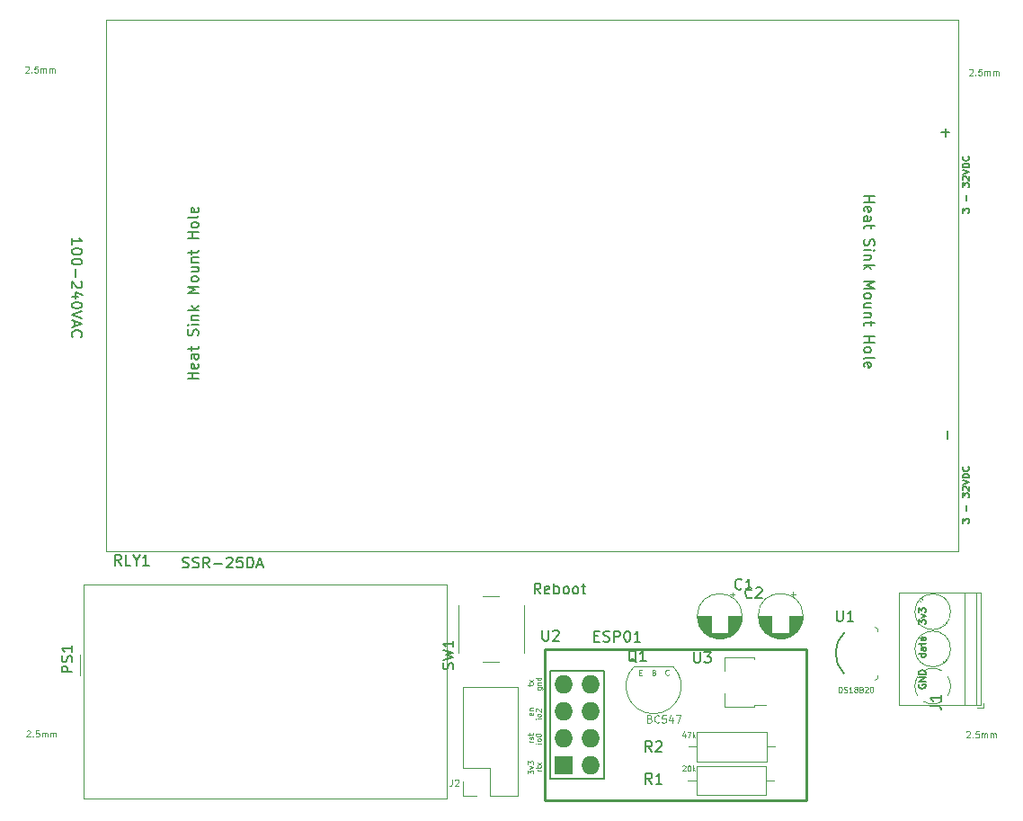
<source format=gbr>
%TF.GenerationSoftware,KiCad,Pcbnew,(6.0.0)*%
%TF.CreationDate,2022-04-24T16:41:59-07:00*%
%TF.ProjectId,Attic_Fan_Controller,41747469-635f-4466-916e-5f436f6e7472,rev?*%
%TF.SameCoordinates,Original*%
%TF.FileFunction,Legend,Top*%
%TF.FilePolarity,Positive*%
%FSLAX46Y46*%
G04 Gerber Fmt 4.6, Leading zero omitted, Abs format (unit mm)*
G04 Created by KiCad (PCBNEW (6.0.0)) date 2022-04-24 16:41:59*
%MOMM*%
%LPD*%
G01*
G04 APERTURE LIST*
%ADD10C,0.101600*%
%ADD11C,0.200000*%
%ADD12C,0.150000*%
%ADD13C,0.040000*%
%ADD14C,0.050000*%
%ADD15C,0.100000*%
%ADD16C,0.076200*%
%ADD17C,0.130000*%
%ADD18C,0.120000*%
%ADD19C,0.152400*%
%ADD20C,0.254000*%
%ADD21O,1.727200X1.727200*%
%ADD22R,1.727200X1.727200*%
G04 APERTURE END LIST*
D10*
X90478428Y-77039409D02*
X90478428Y-76531409D01*
X90599380Y-76531409D01*
X90671952Y-76555600D01*
X90720333Y-76603980D01*
X90744523Y-76652361D01*
X90768714Y-76749123D01*
X90768714Y-76821695D01*
X90744523Y-76918457D01*
X90720333Y-76966838D01*
X90671952Y-77015219D01*
X90599380Y-77039409D01*
X90478428Y-77039409D01*
X90962238Y-77015219D02*
X91034809Y-77039409D01*
X91155761Y-77039409D01*
X91204142Y-77015219D01*
X91228333Y-76991028D01*
X91252523Y-76942647D01*
X91252523Y-76894266D01*
X91228333Y-76845885D01*
X91204142Y-76821695D01*
X91155761Y-76797504D01*
X91059000Y-76773314D01*
X91010619Y-76749123D01*
X90986428Y-76724933D01*
X90962238Y-76676552D01*
X90962238Y-76628171D01*
X90986428Y-76579790D01*
X91010619Y-76555600D01*
X91059000Y-76531409D01*
X91179952Y-76531409D01*
X91252523Y-76555600D01*
X91736333Y-77039409D02*
X91446047Y-77039409D01*
X91591190Y-77039409D02*
X91591190Y-76531409D01*
X91542809Y-76603980D01*
X91494428Y-76652361D01*
X91446047Y-76676552D01*
X92026619Y-76749123D02*
X91978238Y-76724933D01*
X91954047Y-76700742D01*
X91929857Y-76652361D01*
X91929857Y-76628171D01*
X91954047Y-76579790D01*
X91978238Y-76555600D01*
X92026619Y-76531409D01*
X92123380Y-76531409D01*
X92171761Y-76555600D01*
X92195952Y-76579790D01*
X92220142Y-76628171D01*
X92220142Y-76652361D01*
X92195952Y-76700742D01*
X92171761Y-76724933D01*
X92123380Y-76749123D01*
X92026619Y-76749123D01*
X91978238Y-76773314D01*
X91954047Y-76797504D01*
X91929857Y-76845885D01*
X91929857Y-76942647D01*
X91954047Y-76991028D01*
X91978238Y-77015219D01*
X92026619Y-77039409D01*
X92123380Y-77039409D01*
X92171761Y-77015219D01*
X92195952Y-76991028D01*
X92220142Y-76942647D01*
X92220142Y-76845885D01*
X92195952Y-76797504D01*
X92171761Y-76773314D01*
X92123380Y-76749123D01*
X92607190Y-76773314D02*
X92679761Y-76797504D01*
X92703952Y-76821695D01*
X92728142Y-76870076D01*
X92728142Y-76942647D01*
X92703952Y-76991028D01*
X92679761Y-77015219D01*
X92631380Y-77039409D01*
X92437857Y-77039409D01*
X92437857Y-76531409D01*
X92607190Y-76531409D01*
X92655571Y-76555600D01*
X92679761Y-76579790D01*
X92703952Y-76628171D01*
X92703952Y-76676552D01*
X92679761Y-76724933D01*
X92655571Y-76749123D01*
X92607190Y-76773314D01*
X92437857Y-76773314D01*
X92921666Y-76579790D02*
X92945857Y-76555600D01*
X92994238Y-76531409D01*
X93115190Y-76531409D01*
X93163571Y-76555600D01*
X93187761Y-76579790D01*
X93211952Y-76628171D01*
X93211952Y-76676552D01*
X93187761Y-76749123D01*
X92897476Y-77039409D01*
X93211952Y-77039409D01*
X93526428Y-76531409D02*
X93574809Y-76531409D01*
X93623190Y-76555600D01*
X93647380Y-76579790D01*
X93671571Y-76628171D01*
X93695761Y-76724933D01*
X93695761Y-76845885D01*
X93671571Y-76942647D01*
X93647380Y-76991028D01*
X93623190Y-77015219D01*
X93574809Y-77039409D01*
X93526428Y-77039409D01*
X93478047Y-77015219D01*
X93453857Y-76991028D01*
X93429666Y-76942647D01*
X93405476Y-76845885D01*
X93405476Y-76724933D01*
X93429666Y-76628171D01*
X93453857Y-76579790D01*
X93478047Y-76555600D01*
X93526428Y-76531409D01*
D11*
X62373095Y-67762380D02*
X62039761Y-67286190D01*
X61801666Y-67762380D02*
X61801666Y-66762380D01*
X62182619Y-66762380D01*
X62277857Y-66810000D01*
X62325476Y-66857619D01*
X62373095Y-66952857D01*
X62373095Y-67095714D01*
X62325476Y-67190952D01*
X62277857Y-67238571D01*
X62182619Y-67286190D01*
X61801666Y-67286190D01*
X63182619Y-67714761D02*
X63087380Y-67762380D01*
X62896904Y-67762380D01*
X62801666Y-67714761D01*
X62754047Y-67619523D01*
X62754047Y-67238571D01*
X62801666Y-67143333D01*
X62896904Y-67095714D01*
X63087380Y-67095714D01*
X63182619Y-67143333D01*
X63230238Y-67238571D01*
X63230238Y-67333809D01*
X62754047Y-67429047D01*
X63658809Y-67762380D02*
X63658809Y-66762380D01*
X63658809Y-67143333D02*
X63754047Y-67095714D01*
X63944523Y-67095714D01*
X64039761Y-67143333D01*
X64087380Y-67190952D01*
X64135000Y-67286190D01*
X64135000Y-67571904D01*
X64087380Y-67667142D01*
X64039761Y-67714761D01*
X63944523Y-67762380D01*
X63754047Y-67762380D01*
X63658809Y-67714761D01*
X64706428Y-67762380D02*
X64611190Y-67714761D01*
X64563571Y-67667142D01*
X64515952Y-67571904D01*
X64515952Y-67286190D01*
X64563571Y-67190952D01*
X64611190Y-67143333D01*
X64706428Y-67095714D01*
X64849285Y-67095714D01*
X64944523Y-67143333D01*
X64992142Y-67190952D01*
X65039761Y-67286190D01*
X65039761Y-67571904D01*
X64992142Y-67667142D01*
X64944523Y-67714761D01*
X64849285Y-67762380D01*
X64706428Y-67762380D01*
X65611190Y-67762380D02*
X65515952Y-67714761D01*
X65468333Y-67667142D01*
X65420714Y-67571904D01*
X65420714Y-67286190D01*
X65468333Y-67190952D01*
X65515952Y-67143333D01*
X65611190Y-67095714D01*
X65754047Y-67095714D01*
X65849285Y-67143333D01*
X65896904Y-67190952D01*
X65944523Y-67286190D01*
X65944523Y-67571904D01*
X65896904Y-67667142D01*
X65849285Y-67714761D01*
X65754047Y-67762380D01*
X65611190Y-67762380D01*
X66230238Y-67095714D02*
X66611190Y-67095714D01*
X66373095Y-66762380D02*
X66373095Y-67619523D01*
X66420714Y-67714761D01*
X66515952Y-67762380D01*
X66611190Y-67762380D01*
D12*
X98023800Y-76318238D02*
X97992847Y-76380142D01*
X97992847Y-76473000D01*
X98023800Y-76565857D01*
X98085704Y-76627761D01*
X98147609Y-76658714D01*
X98271419Y-76689666D01*
X98364276Y-76689666D01*
X98488085Y-76658714D01*
X98549990Y-76627761D01*
X98611895Y-76565857D01*
X98642847Y-76473000D01*
X98642847Y-76411095D01*
X98611895Y-76318238D01*
X98580942Y-76287285D01*
X98364276Y-76287285D01*
X98364276Y-76411095D01*
X98642847Y-76008714D02*
X97992847Y-76008714D01*
X98642847Y-75637285D01*
X97992847Y-75637285D01*
X98642847Y-75327761D02*
X97992847Y-75327761D01*
X97992847Y-75173000D01*
X98023800Y-75080142D01*
X98085704Y-75018238D01*
X98147609Y-74987285D01*
X98271419Y-74956333D01*
X98364276Y-74956333D01*
X98488085Y-74987285D01*
X98549990Y-75018238D01*
X98611895Y-75080142D01*
X98642847Y-75173000D01*
X98642847Y-75327761D01*
X98642847Y-73408714D02*
X97992847Y-73408714D01*
X98611895Y-73408714D02*
X98642847Y-73470619D01*
X98642847Y-73594428D01*
X98611895Y-73656333D01*
X98580942Y-73687285D01*
X98519038Y-73718238D01*
X98333323Y-73718238D01*
X98271419Y-73687285D01*
X98240466Y-73656333D01*
X98209514Y-73594428D01*
X98209514Y-73470619D01*
X98240466Y-73408714D01*
X98642847Y-72820619D02*
X98302371Y-72820619D01*
X98240466Y-72851571D01*
X98209514Y-72913476D01*
X98209514Y-73037285D01*
X98240466Y-73099190D01*
X98611895Y-72820619D02*
X98642847Y-72882523D01*
X98642847Y-73037285D01*
X98611895Y-73099190D01*
X98549990Y-73130142D01*
X98488085Y-73130142D01*
X98426180Y-73099190D01*
X98395228Y-73037285D01*
X98395228Y-72882523D01*
X98364276Y-72820619D01*
X98209514Y-72603952D02*
X98209514Y-72356333D01*
X97992847Y-72511095D02*
X98549990Y-72511095D01*
X98611895Y-72480142D01*
X98642847Y-72418238D01*
X98642847Y-72356333D01*
X98642847Y-71861095D02*
X98302371Y-71861095D01*
X98240466Y-71892047D01*
X98209514Y-71953952D01*
X98209514Y-72077761D01*
X98240466Y-72139666D01*
X98611895Y-71861095D02*
X98642847Y-71923000D01*
X98642847Y-72077761D01*
X98611895Y-72139666D01*
X98549990Y-72170619D01*
X98488085Y-72170619D01*
X98426180Y-72139666D01*
X98395228Y-72077761D01*
X98395228Y-71923000D01*
X98364276Y-71861095D01*
X97992847Y-70623000D02*
X97992847Y-70220619D01*
X98240466Y-70437285D01*
X98240466Y-70344428D01*
X98271419Y-70282523D01*
X98302371Y-70251571D01*
X98364276Y-70220619D01*
X98519038Y-70220619D01*
X98580942Y-70251571D01*
X98611895Y-70282523D01*
X98642847Y-70344428D01*
X98642847Y-70530142D01*
X98611895Y-70592047D01*
X98580942Y-70623000D01*
X98209514Y-70003952D02*
X98642847Y-69849190D01*
X98209514Y-69694428D01*
X97992847Y-69508714D02*
X97992847Y-69106333D01*
X98240466Y-69323000D01*
X98240466Y-69230142D01*
X98271419Y-69168238D01*
X98302371Y-69137285D01*
X98364276Y-69106333D01*
X98519038Y-69106333D01*
X98580942Y-69137285D01*
X98611895Y-69168238D01*
X98642847Y-69230142D01*
X98642847Y-69415857D01*
X98611895Y-69477761D01*
X98580942Y-69508714D01*
D13*
X71681352Y-75148285D02*
X71848019Y-75148285D01*
X71919447Y-75410190D02*
X71681352Y-75410190D01*
X71681352Y-74910190D01*
X71919447Y-74910190D01*
X73062304Y-75148285D02*
X73133733Y-75172095D01*
X73157542Y-75195904D01*
X73181352Y-75243523D01*
X73181352Y-75314952D01*
X73157542Y-75362571D01*
X73133733Y-75386380D01*
X73086114Y-75410190D01*
X72895638Y-75410190D01*
X72895638Y-74910190D01*
X73062304Y-74910190D01*
X73109923Y-74934000D01*
X73133733Y-74957809D01*
X73157542Y-75005428D01*
X73157542Y-75053047D01*
X73133733Y-75100666D01*
X73109923Y-75124476D01*
X73062304Y-75148285D01*
X72895638Y-75148285D01*
X74443257Y-75362571D02*
X74419447Y-75386380D01*
X74348019Y-75410190D01*
X74300400Y-75410190D01*
X74228971Y-75386380D01*
X74181352Y-75338761D01*
X74157542Y-75291142D01*
X74133733Y-75195904D01*
X74133733Y-75124476D01*
X74157542Y-75029238D01*
X74181352Y-74981619D01*
X74228971Y-74934000D01*
X74300400Y-74910190D01*
X74348019Y-74910190D01*
X74419447Y-74934000D01*
X74443257Y-74957809D01*
D14*
X75743666Y-83974809D02*
X75767476Y-83951000D01*
X75815095Y-83927190D01*
X75934142Y-83927190D01*
X75981761Y-83951000D01*
X76005571Y-83974809D01*
X76029380Y-84022428D01*
X76029380Y-84070047D01*
X76005571Y-84141476D01*
X75719857Y-84427190D01*
X76029380Y-84427190D01*
X76338904Y-83927190D02*
X76386523Y-83927190D01*
X76434142Y-83951000D01*
X76457952Y-83974809D01*
X76481761Y-84022428D01*
X76505571Y-84117666D01*
X76505571Y-84236714D01*
X76481761Y-84331952D01*
X76457952Y-84379571D01*
X76434142Y-84403380D01*
X76386523Y-84427190D01*
X76338904Y-84427190D01*
X76291285Y-84403380D01*
X76267476Y-84379571D01*
X76243666Y-84331952D01*
X76219857Y-84236714D01*
X76219857Y-84117666D01*
X76243666Y-84022428D01*
X76267476Y-83974809D01*
X76291285Y-83951000D01*
X76338904Y-83927190D01*
X76719857Y-84427190D02*
X76719857Y-83927190D01*
X76767476Y-84236714D02*
X76910333Y-84427190D01*
X76910333Y-84093857D02*
X76719857Y-84284333D01*
X75981761Y-80918857D02*
X75981761Y-81252190D01*
X75862714Y-80728380D02*
X75743666Y-81085523D01*
X76053190Y-81085523D01*
X76196047Y-80752190D02*
X76529380Y-80752190D01*
X76315095Y-81252190D01*
X76719857Y-81252190D02*
X76719857Y-80752190D01*
X76767476Y-81061714D02*
X76910333Y-81252190D01*
X76910333Y-80918857D02*
X76719857Y-81109333D01*
D15*
X72664800Y-79528200D02*
X72764800Y-79561533D01*
X72798133Y-79594866D01*
X72831466Y-79661533D01*
X72831466Y-79761533D01*
X72798133Y-79828200D01*
X72764800Y-79861533D01*
X72698133Y-79894866D01*
X72431466Y-79894866D01*
X72431466Y-79194866D01*
X72664800Y-79194866D01*
X72731466Y-79228200D01*
X72764800Y-79261533D01*
X72798133Y-79328200D01*
X72798133Y-79394866D01*
X72764800Y-79461533D01*
X72731466Y-79494866D01*
X72664800Y-79528200D01*
X72431466Y-79528200D01*
X73531466Y-79828200D02*
X73498133Y-79861533D01*
X73398133Y-79894866D01*
X73331466Y-79894866D01*
X73231466Y-79861533D01*
X73164800Y-79794866D01*
X73131466Y-79728200D01*
X73098133Y-79594866D01*
X73098133Y-79494866D01*
X73131466Y-79361533D01*
X73164800Y-79294866D01*
X73231466Y-79228200D01*
X73331466Y-79194866D01*
X73398133Y-79194866D01*
X73498133Y-79228200D01*
X73531466Y-79261533D01*
X74164800Y-79194866D02*
X73831466Y-79194866D01*
X73798133Y-79528200D01*
X73831466Y-79494866D01*
X73898133Y-79461533D01*
X74064800Y-79461533D01*
X74131466Y-79494866D01*
X74164800Y-79528200D01*
X74198133Y-79594866D01*
X74198133Y-79761533D01*
X74164800Y-79828200D01*
X74131466Y-79861533D01*
X74064800Y-79894866D01*
X73898133Y-79894866D01*
X73831466Y-79861533D01*
X73798133Y-79828200D01*
X74798133Y-79428200D02*
X74798133Y-79894866D01*
X74631466Y-79161533D02*
X74464800Y-79661533D01*
X74898133Y-79661533D01*
X75098133Y-79194866D02*
X75564800Y-79194866D01*
X75264800Y-79894866D01*
D12*
%TO.C,PS1*%
X18271880Y-75126285D02*
X17271880Y-75126285D01*
X17271880Y-74745333D01*
X17319500Y-74650095D01*
X17367119Y-74602476D01*
X17462357Y-74554857D01*
X17605214Y-74554857D01*
X17700452Y-74602476D01*
X17748071Y-74650095D01*
X17795690Y-74745333D01*
X17795690Y-75126285D01*
X18224261Y-74173904D02*
X18271880Y-74031047D01*
X18271880Y-73792952D01*
X18224261Y-73697714D01*
X18176642Y-73650095D01*
X18081404Y-73602476D01*
X17986166Y-73602476D01*
X17890928Y-73650095D01*
X17843309Y-73697714D01*
X17795690Y-73792952D01*
X17748071Y-73983428D01*
X17700452Y-74078666D01*
X17652833Y-74126285D01*
X17557595Y-74173904D01*
X17462357Y-74173904D01*
X17367119Y-74126285D01*
X17319500Y-74078666D01*
X17271880Y-73983428D01*
X17271880Y-73745333D01*
X17319500Y-73602476D01*
X18271880Y-72650095D02*
X18271880Y-73221523D01*
X18271880Y-72935809D02*
X17271880Y-72935809D01*
X17414738Y-73031047D01*
X17509976Y-73126285D01*
X17557595Y-73221523D01*
%TO.C,U2*%
X62559095Y-71181980D02*
X62559095Y-71991504D01*
X62606714Y-72086742D01*
X62654333Y-72134361D01*
X62749571Y-72181980D01*
X62940047Y-72181980D01*
X63035285Y-72134361D01*
X63082904Y-72086742D01*
X63130523Y-71991504D01*
X63130523Y-71181980D01*
X63559095Y-71277219D02*
X63606714Y-71229600D01*
X63701952Y-71181980D01*
X63940047Y-71181980D01*
X64035285Y-71229600D01*
X64082904Y-71277219D01*
X64130523Y-71372457D01*
X64130523Y-71467695D01*
X64082904Y-71610552D01*
X63511476Y-72181980D01*
X64130523Y-72181980D01*
D16*
X62405809Y-84433873D02*
X62067142Y-84433873D01*
X62163904Y-84433873D02*
X62115523Y-84409682D01*
X62091333Y-84385492D01*
X62067142Y-84337111D01*
X62067142Y-84288730D01*
X62067142Y-84191968D02*
X62067142Y-83998444D01*
X61897809Y-84119397D02*
X62333238Y-84119397D01*
X62381619Y-84095206D01*
X62405809Y-84046825D01*
X62405809Y-83998444D01*
X62405809Y-83877492D02*
X62067142Y-83611397D01*
X62067142Y-83877492D02*
X62405809Y-83611397D01*
X62405809Y-81869682D02*
X62067142Y-81869682D01*
X61897809Y-81869682D02*
X61922000Y-81893873D01*
X61946190Y-81869682D01*
X61922000Y-81845492D01*
X61897809Y-81869682D01*
X61946190Y-81869682D01*
X62405809Y-81555206D02*
X62381619Y-81603587D01*
X62357428Y-81627778D01*
X62309047Y-81651968D01*
X62163904Y-81651968D01*
X62115523Y-81627778D01*
X62091333Y-81603587D01*
X62067142Y-81555206D01*
X62067142Y-81482635D01*
X62091333Y-81434254D01*
X62115523Y-81410063D01*
X62163904Y-81385873D01*
X62309047Y-81385873D01*
X62357428Y-81410063D01*
X62381619Y-81434254D01*
X62405809Y-81482635D01*
X62405809Y-81555206D01*
X61897809Y-81071397D02*
X61897809Y-81023016D01*
X61922000Y-80974635D01*
X61946190Y-80950444D01*
X61994571Y-80926254D01*
X62091333Y-80902063D01*
X62212285Y-80902063D01*
X62309047Y-80926254D01*
X62357428Y-80950444D01*
X62381619Y-80974635D01*
X62405809Y-81023016D01*
X62405809Y-81071397D01*
X62381619Y-81119778D01*
X62357428Y-81143968D01*
X62309047Y-81168159D01*
X62212285Y-81192349D01*
X62091333Y-81192349D01*
X61994571Y-81168159D01*
X61946190Y-81143968D01*
X61922000Y-81119778D01*
X61897809Y-81071397D01*
X62405809Y-79523206D02*
X62067142Y-79523206D01*
X61897809Y-79523206D02*
X61922000Y-79547397D01*
X61946190Y-79523206D01*
X61922000Y-79499016D01*
X61897809Y-79523206D01*
X61946190Y-79523206D01*
X62405809Y-79208730D02*
X62381619Y-79257111D01*
X62357428Y-79281302D01*
X62309047Y-79305492D01*
X62163904Y-79305492D01*
X62115523Y-79281302D01*
X62091333Y-79257111D01*
X62067142Y-79208730D01*
X62067142Y-79136159D01*
X62091333Y-79087778D01*
X62115523Y-79063587D01*
X62163904Y-79039397D01*
X62309047Y-79039397D01*
X62357428Y-79063587D01*
X62381619Y-79087778D01*
X62405809Y-79136159D01*
X62405809Y-79208730D01*
X61946190Y-78845873D02*
X61922000Y-78821682D01*
X61897809Y-78773302D01*
X61897809Y-78652349D01*
X61922000Y-78603968D01*
X61946190Y-78579778D01*
X61994571Y-78555587D01*
X62042952Y-78555587D01*
X62115523Y-78579778D01*
X62405809Y-78870063D01*
X62405809Y-78555587D01*
X62067142Y-76571968D02*
X62478380Y-76571968D01*
X62526761Y-76596159D01*
X62550952Y-76620349D01*
X62575142Y-76668730D01*
X62575142Y-76741302D01*
X62550952Y-76789682D01*
X62381619Y-76571968D02*
X62405809Y-76620349D01*
X62405809Y-76717111D01*
X62381619Y-76765492D01*
X62357428Y-76789682D01*
X62309047Y-76813873D01*
X62163904Y-76813873D01*
X62115523Y-76789682D01*
X62091333Y-76765492D01*
X62067142Y-76717111D01*
X62067142Y-76620349D01*
X62091333Y-76571968D01*
X62067142Y-76330063D02*
X62405809Y-76330063D01*
X62115523Y-76330063D02*
X62091333Y-76305873D01*
X62067142Y-76257492D01*
X62067142Y-76184921D01*
X62091333Y-76136540D01*
X62139714Y-76112349D01*
X62405809Y-76112349D01*
X62405809Y-75652730D02*
X61897809Y-75652730D01*
X62381619Y-75652730D02*
X62405809Y-75701111D01*
X62405809Y-75797873D01*
X62381619Y-75846254D01*
X62357428Y-75870444D01*
X62309047Y-75894635D01*
X62163904Y-75894635D01*
X62115523Y-75870444D01*
X62091333Y-75846254D01*
X62067142Y-75797873D01*
X62067142Y-75701111D01*
X62091333Y-75652730D01*
X61189809Y-84690857D02*
X61189809Y-84376380D01*
X61383333Y-84545714D01*
X61383333Y-84473142D01*
X61407523Y-84424761D01*
X61431714Y-84400571D01*
X61480095Y-84376380D01*
X61601047Y-84376380D01*
X61649428Y-84400571D01*
X61673619Y-84424761D01*
X61697809Y-84473142D01*
X61697809Y-84618285D01*
X61673619Y-84666666D01*
X61649428Y-84690857D01*
X61359142Y-84207047D02*
X61697809Y-84086095D01*
X61359142Y-83965142D01*
X61189809Y-83820000D02*
X61189809Y-83505523D01*
X61383333Y-83674857D01*
X61383333Y-83602285D01*
X61407523Y-83553904D01*
X61431714Y-83529714D01*
X61480095Y-83505523D01*
X61601047Y-83505523D01*
X61649428Y-83529714D01*
X61673619Y-83553904D01*
X61697809Y-83602285D01*
X61697809Y-83747428D01*
X61673619Y-83795809D01*
X61649428Y-83820000D01*
X61697809Y-81739619D02*
X61359142Y-81739619D01*
X61455904Y-81739619D02*
X61407523Y-81715428D01*
X61383333Y-81691238D01*
X61359142Y-81642857D01*
X61359142Y-81594476D01*
X61673619Y-81449333D02*
X61697809Y-81400952D01*
X61697809Y-81304190D01*
X61673619Y-81255809D01*
X61625238Y-81231619D01*
X61601047Y-81231619D01*
X61552666Y-81255809D01*
X61528476Y-81304190D01*
X61528476Y-81376761D01*
X61504285Y-81425142D01*
X61455904Y-81449333D01*
X61431714Y-81449333D01*
X61383333Y-81425142D01*
X61359142Y-81376761D01*
X61359142Y-81304190D01*
X61383333Y-81255809D01*
X61359142Y-81086476D02*
X61359142Y-80892952D01*
X61189809Y-81013904D02*
X61625238Y-81013904D01*
X61673619Y-80989714D01*
X61697809Y-80941333D01*
X61697809Y-80892952D01*
X61673619Y-78981904D02*
X61697809Y-79030285D01*
X61697809Y-79127047D01*
X61673619Y-79175428D01*
X61625238Y-79199619D01*
X61431714Y-79199619D01*
X61383333Y-79175428D01*
X61359142Y-79127047D01*
X61359142Y-79030285D01*
X61383333Y-78981904D01*
X61431714Y-78957714D01*
X61480095Y-78957714D01*
X61528476Y-79199619D01*
X61359142Y-78740000D02*
X61697809Y-78740000D01*
X61407523Y-78740000D02*
X61383333Y-78715809D01*
X61359142Y-78667428D01*
X61359142Y-78594857D01*
X61383333Y-78546476D01*
X61431714Y-78522285D01*
X61697809Y-78522285D01*
X61359142Y-76417714D02*
X61359142Y-76224190D01*
X61189809Y-76345142D02*
X61625238Y-76345142D01*
X61673619Y-76320952D01*
X61697809Y-76272571D01*
X61697809Y-76224190D01*
X61697809Y-76103238D02*
X61359142Y-75837142D01*
X61359142Y-76103238D02*
X61697809Y-75837142D01*
D12*
X67453142Y-71746873D02*
X67786476Y-71746873D01*
X67929333Y-72270682D02*
X67453142Y-72270682D01*
X67453142Y-71270682D01*
X67929333Y-71270682D01*
X68310285Y-72223063D02*
X68453142Y-72270682D01*
X68691238Y-72270682D01*
X68786476Y-72223063D01*
X68834095Y-72175444D01*
X68881714Y-72080206D01*
X68881714Y-71984968D01*
X68834095Y-71889730D01*
X68786476Y-71842111D01*
X68691238Y-71794492D01*
X68500761Y-71746873D01*
X68405523Y-71699254D01*
X68357904Y-71651635D01*
X68310285Y-71556397D01*
X68310285Y-71461159D01*
X68357904Y-71365921D01*
X68405523Y-71318302D01*
X68500761Y-71270682D01*
X68738857Y-71270682D01*
X68881714Y-71318302D01*
X69310285Y-72270682D02*
X69310285Y-71270682D01*
X69691238Y-71270682D01*
X69786476Y-71318302D01*
X69834095Y-71365921D01*
X69881714Y-71461159D01*
X69881714Y-71604016D01*
X69834095Y-71699254D01*
X69786476Y-71746873D01*
X69691238Y-71794492D01*
X69310285Y-71794492D01*
X70500761Y-71270682D02*
X70596000Y-71270682D01*
X70691238Y-71318302D01*
X70738857Y-71365921D01*
X70786476Y-71461159D01*
X70834095Y-71651635D01*
X70834095Y-71889730D01*
X70786476Y-72080206D01*
X70738857Y-72175444D01*
X70691238Y-72223063D01*
X70596000Y-72270682D01*
X70500761Y-72270682D01*
X70405523Y-72223063D01*
X70357904Y-72175444D01*
X70310285Y-72080206D01*
X70262666Y-71889730D01*
X70262666Y-71651635D01*
X70310285Y-71461159D01*
X70357904Y-71365921D01*
X70405523Y-71318302D01*
X70500761Y-71270682D01*
X71786476Y-72270682D02*
X71215047Y-72270682D01*
X71500761Y-72270682D02*
X71500761Y-71270682D01*
X71405523Y-71413540D01*
X71310285Y-71508778D01*
X71215047Y-71556397D01*
%TO.C,R1*%
X72858333Y-85652380D02*
X72525000Y-85176190D01*
X72286904Y-85652380D02*
X72286904Y-84652380D01*
X72667857Y-84652380D01*
X72763095Y-84700000D01*
X72810714Y-84747619D01*
X72858333Y-84842857D01*
X72858333Y-84985714D01*
X72810714Y-85080952D01*
X72763095Y-85128571D01*
X72667857Y-85176190D01*
X72286904Y-85176190D01*
X73810714Y-85652380D02*
X73239285Y-85652380D01*
X73525000Y-85652380D02*
X73525000Y-84652380D01*
X73429761Y-84795238D01*
X73334523Y-84890476D01*
X73239285Y-84938095D01*
%TO.C,U1*%
X90271695Y-69327780D02*
X90271695Y-70137304D01*
X90319314Y-70232542D01*
X90366933Y-70280161D01*
X90462171Y-70327780D01*
X90652647Y-70327780D01*
X90747885Y-70280161D01*
X90795504Y-70232542D01*
X90843123Y-70137304D01*
X90843123Y-69327780D01*
X91843123Y-70327780D02*
X91271695Y-70327780D01*
X91557409Y-70327780D02*
X91557409Y-69327780D01*
X91462171Y-69470638D01*
X91366933Y-69565876D01*
X91271695Y-69613495D01*
D15*
%TO.C,2.5mm*%
X102486000Y-80754571D02*
X102514571Y-80726000D01*
X102571714Y-80697428D01*
X102714571Y-80697428D01*
X102771714Y-80726000D01*
X102800285Y-80754571D01*
X102828857Y-80811714D01*
X102828857Y-80868857D01*
X102800285Y-80954571D01*
X102457428Y-81297428D01*
X102828857Y-81297428D01*
X103086000Y-81240285D02*
X103114571Y-81268857D01*
X103086000Y-81297428D01*
X103057428Y-81268857D01*
X103086000Y-81240285D01*
X103086000Y-81297428D01*
X103657428Y-80697428D02*
X103371714Y-80697428D01*
X103343142Y-80983142D01*
X103371714Y-80954571D01*
X103428857Y-80926000D01*
X103571714Y-80926000D01*
X103628857Y-80954571D01*
X103657428Y-80983142D01*
X103686000Y-81040285D01*
X103686000Y-81183142D01*
X103657428Y-81240285D01*
X103628857Y-81268857D01*
X103571714Y-81297428D01*
X103428857Y-81297428D01*
X103371714Y-81268857D01*
X103343142Y-81240285D01*
X103943142Y-81297428D02*
X103943142Y-80897428D01*
X103943142Y-80954571D02*
X103971714Y-80926000D01*
X104028857Y-80897428D01*
X104114571Y-80897428D01*
X104171714Y-80926000D01*
X104200285Y-80983142D01*
X104200285Y-81297428D01*
X104200285Y-80983142D02*
X104228857Y-80926000D01*
X104286000Y-80897428D01*
X104371714Y-80897428D01*
X104428857Y-80926000D01*
X104457428Y-80983142D01*
X104457428Y-81297428D01*
X104743142Y-81297428D02*
X104743142Y-80897428D01*
X104743142Y-80954571D02*
X104771714Y-80926000D01*
X104828857Y-80897428D01*
X104914571Y-80897428D01*
X104971714Y-80926000D01*
X105000285Y-80983142D01*
X105000285Y-81297428D01*
X105000285Y-80983142D02*
X105028857Y-80926000D01*
X105086000Y-80897428D01*
X105171714Y-80897428D01*
X105228857Y-80926000D01*
X105257428Y-80983142D01*
X105257428Y-81297428D01*
D12*
%TO.C,RLY1*%
X22870900Y-65069980D02*
X22537566Y-64593790D01*
X22299471Y-65069980D02*
X22299471Y-64069980D01*
X22680423Y-64069980D01*
X22775661Y-64117600D01*
X22823280Y-64165219D01*
X22870900Y-64260457D01*
X22870900Y-64403314D01*
X22823280Y-64498552D01*
X22775661Y-64546171D01*
X22680423Y-64593790D01*
X22299471Y-64593790D01*
X23775661Y-65069980D02*
X23299471Y-65069980D01*
X23299471Y-64069980D01*
X24299471Y-64593790D02*
X24299471Y-65069980D01*
X23966138Y-64069980D02*
X24299471Y-64593790D01*
X24632804Y-64069980D01*
X25489947Y-65069980D02*
X24918519Y-65069980D01*
X25204233Y-65069980D02*
X25204233Y-64069980D01*
X25108995Y-64212838D01*
X25013757Y-64308076D01*
X24918519Y-64355695D01*
X100151547Y-24312428D02*
X100913452Y-24312428D01*
X100532500Y-24693380D02*
X100532500Y-23931476D01*
X18205119Y-34869571D02*
X18205119Y-34298142D01*
X18205119Y-34583857D02*
X19205119Y-34583857D01*
X19062261Y-34488619D01*
X18967023Y-34393380D01*
X18919404Y-34298142D01*
X19205119Y-35488619D02*
X19205119Y-35583857D01*
X19157500Y-35679095D01*
X19109880Y-35726714D01*
X19014642Y-35774333D01*
X18824166Y-35821952D01*
X18586071Y-35821952D01*
X18395595Y-35774333D01*
X18300357Y-35726714D01*
X18252738Y-35679095D01*
X18205119Y-35583857D01*
X18205119Y-35488619D01*
X18252738Y-35393380D01*
X18300357Y-35345761D01*
X18395595Y-35298142D01*
X18586071Y-35250523D01*
X18824166Y-35250523D01*
X19014642Y-35298142D01*
X19109880Y-35345761D01*
X19157500Y-35393380D01*
X19205119Y-35488619D01*
X19205119Y-36441000D02*
X19205119Y-36536238D01*
X19157500Y-36631476D01*
X19109880Y-36679095D01*
X19014642Y-36726714D01*
X18824166Y-36774333D01*
X18586071Y-36774333D01*
X18395595Y-36726714D01*
X18300357Y-36679095D01*
X18252738Y-36631476D01*
X18205119Y-36536238D01*
X18205119Y-36441000D01*
X18252738Y-36345761D01*
X18300357Y-36298142D01*
X18395595Y-36250523D01*
X18586071Y-36202904D01*
X18824166Y-36202904D01*
X19014642Y-36250523D01*
X19109880Y-36298142D01*
X19157500Y-36345761D01*
X19205119Y-36441000D01*
X18586071Y-37202904D02*
X18586071Y-37964809D01*
X19109880Y-38393380D02*
X19157500Y-38441000D01*
X19205119Y-38536238D01*
X19205119Y-38774333D01*
X19157500Y-38869571D01*
X19109880Y-38917190D01*
X19014642Y-38964809D01*
X18919404Y-38964809D01*
X18776547Y-38917190D01*
X18205119Y-38345761D01*
X18205119Y-38964809D01*
X18871785Y-39821952D02*
X18205119Y-39821952D01*
X19252738Y-39583857D02*
X18538452Y-39345761D01*
X18538452Y-39964809D01*
X19205119Y-40536238D02*
X19205119Y-40631476D01*
X19157500Y-40726714D01*
X19109880Y-40774333D01*
X19014642Y-40821952D01*
X18824166Y-40869571D01*
X18586071Y-40869571D01*
X18395595Y-40821952D01*
X18300357Y-40774333D01*
X18252738Y-40726714D01*
X18205119Y-40631476D01*
X18205119Y-40536238D01*
X18252738Y-40441000D01*
X18300357Y-40393380D01*
X18395595Y-40345761D01*
X18586071Y-40298142D01*
X18824166Y-40298142D01*
X19014642Y-40345761D01*
X19109880Y-40393380D01*
X19157500Y-40441000D01*
X19205119Y-40536238D01*
X19205119Y-41155285D02*
X18205119Y-41488619D01*
X19205119Y-41821952D01*
X18490833Y-42107666D02*
X18490833Y-42583857D01*
X18205119Y-42012428D02*
X19205119Y-42345761D01*
X18205119Y-42679095D01*
X18300357Y-43583857D02*
X18252738Y-43536238D01*
X18205119Y-43393380D01*
X18205119Y-43298142D01*
X18252738Y-43155285D01*
X18347976Y-43060047D01*
X18443214Y-43012428D01*
X18633690Y-42964809D01*
X18776547Y-42964809D01*
X18967023Y-43012428D01*
X19062261Y-43060047D01*
X19157500Y-43155285D01*
X19205119Y-43298142D01*
X19205119Y-43393380D01*
X19157500Y-43536238D01*
X19109880Y-43583857D01*
X92830119Y-30318380D02*
X93830119Y-30318380D01*
X93353928Y-30318380D02*
X93353928Y-30889809D01*
X92830119Y-30889809D02*
X93830119Y-30889809D01*
X92877738Y-31746952D02*
X92830119Y-31651714D01*
X92830119Y-31461238D01*
X92877738Y-31366000D01*
X92972976Y-31318380D01*
X93353928Y-31318380D01*
X93449166Y-31366000D01*
X93496785Y-31461238D01*
X93496785Y-31651714D01*
X93449166Y-31746952D01*
X93353928Y-31794571D01*
X93258690Y-31794571D01*
X93163452Y-31318380D01*
X92830119Y-32651714D02*
X93353928Y-32651714D01*
X93449166Y-32604095D01*
X93496785Y-32508857D01*
X93496785Y-32318380D01*
X93449166Y-32223142D01*
X92877738Y-32651714D02*
X92830119Y-32556476D01*
X92830119Y-32318380D01*
X92877738Y-32223142D01*
X92972976Y-32175523D01*
X93068214Y-32175523D01*
X93163452Y-32223142D01*
X93211071Y-32318380D01*
X93211071Y-32556476D01*
X93258690Y-32651714D01*
X93496785Y-32985047D02*
X93496785Y-33366000D01*
X93830119Y-33127904D02*
X92972976Y-33127904D01*
X92877738Y-33175523D01*
X92830119Y-33270761D01*
X92830119Y-33366000D01*
X92877738Y-34413619D02*
X92830119Y-34556476D01*
X92830119Y-34794571D01*
X92877738Y-34889809D01*
X92925357Y-34937428D01*
X93020595Y-34985047D01*
X93115833Y-34985047D01*
X93211071Y-34937428D01*
X93258690Y-34889809D01*
X93306309Y-34794571D01*
X93353928Y-34604095D01*
X93401547Y-34508857D01*
X93449166Y-34461238D01*
X93544404Y-34413619D01*
X93639642Y-34413619D01*
X93734880Y-34461238D01*
X93782500Y-34508857D01*
X93830119Y-34604095D01*
X93830119Y-34842190D01*
X93782500Y-34985047D01*
X92830119Y-35413619D02*
X93496785Y-35413619D01*
X93830119Y-35413619D02*
X93782500Y-35366000D01*
X93734880Y-35413619D01*
X93782500Y-35461238D01*
X93830119Y-35413619D01*
X93734880Y-35413619D01*
X93496785Y-35889809D02*
X92830119Y-35889809D01*
X93401547Y-35889809D02*
X93449166Y-35937428D01*
X93496785Y-36032666D01*
X93496785Y-36175523D01*
X93449166Y-36270761D01*
X93353928Y-36318380D01*
X92830119Y-36318380D01*
X92830119Y-36794571D02*
X93830119Y-36794571D01*
X93211071Y-36889809D02*
X92830119Y-37175523D01*
X93496785Y-37175523D02*
X93115833Y-36794571D01*
X92830119Y-38366000D02*
X93830119Y-38366000D01*
X93115833Y-38699333D01*
X93830119Y-39032666D01*
X92830119Y-39032666D01*
X92830119Y-39651714D02*
X92877738Y-39556476D01*
X92925357Y-39508857D01*
X93020595Y-39461238D01*
X93306309Y-39461238D01*
X93401547Y-39508857D01*
X93449166Y-39556476D01*
X93496785Y-39651714D01*
X93496785Y-39794571D01*
X93449166Y-39889809D01*
X93401547Y-39937428D01*
X93306309Y-39985047D01*
X93020595Y-39985047D01*
X92925357Y-39937428D01*
X92877738Y-39889809D01*
X92830119Y-39794571D01*
X92830119Y-39651714D01*
X93496785Y-40842190D02*
X92830119Y-40842190D01*
X93496785Y-40413619D02*
X92972976Y-40413619D01*
X92877738Y-40461238D01*
X92830119Y-40556476D01*
X92830119Y-40699333D01*
X92877738Y-40794571D01*
X92925357Y-40842190D01*
X93496785Y-41318380D02*
X92830119Y-41318380D01*
X93401547Y-41318380D02*
X93449166Y-41366000D01*
X93496785Y-41461238D01*
X93496785Y-41604095D01*
X93449166Y-41699333D01*
X93353928Y-41746952D01*
X92830119Y-41746952D01*
X93496785Y-42080285D02*
X93496785Y-42461238D01*
X93830119Y-42223142D02*
X92972976Y-42223142D01*
X92877738Y-42270761D01*
X92830119Y-42366000D01*
X92830119Y-42461238D01*
X92830119Y-43556476D02*
X93830119Y-43556476D01*
X93353928Y-43556476D02*
X93353928Y-44127904D01*
X92830119Y-44127904D02*
X93830119Y-44127904D01*
X92830119Y-44746952D02*
X92877738Y-44651714D01*
X92925357Y-44604095D01*
X93020595Y-44556476D01*
X93306309Y-44556476D01*
X93401547Y-44604095D01*
X93449166Y-44651714D01*
X93496785Y-44746952D01*
X93496785Y-44889809D01*
X93449166Y-44985047D01*
X93401547Y-45032666D01*
X93306309Y-45080285D01*
X93020595Y-45080285D01*
X92925357Y-45032666D01*
X92877738Y-44985047D01*
X92830119Y-44889809D01*
X92830119Y-44746952D01*
X92830119Y-45651714D02*
X92877738Y-45556476D01*
X92972976Y-45508857D01*
X93830119Y-45508857D01*
X92877738Y-46413619D02*
X92830119Y-46318380D01*
X92830119Y-46127904D01*
X92877738Y-46032666D01*
X92972976Y-45985047D01*
X93353928Y-45985047D01*
X93449166Y-46032666D01*
X93496785Y-46127904D01*
X93496785Y-46318380D01*
X93449166Y-46413619D01*
X93353928Y-46461238D01*
X93258690Y-46461238D01*
X93163452Y-45985047D01*
D17*
X102101547Y-61102904D02*
X102101547Y-60700523D01*
X102349166Y-60917190D01*
X102349166Y-60824333D01*
X102380119Y-60762428D01*
X102411071Y-60731476D01*
X102472976Y-60700523D01*
X102627738Y-60700523D01*
X102689642Y-60731476D01*
X102720595Y-60762428D01*
X102751547Y-60824333D01*
X102751547Y-61010047D01*
X102720595Y-61071952D01*
X102689642Y-61102904D01*
X102503928Y-59926714D02*
X102503928Y-59431476D01*
X102101547Y-58688619D02*
X102101547Y-58286238D01*
X102349166Y-58502904D01*
X102349166Y-58410047D01*
X102380119Y-58348142D01*
X102411071Y-58317190D01*
X102472976Y-58286238D01*
X102627738Y-58286238D01*
X102689642Y-58317190D01*
X102720595Y-58348142D01*
X102751547Y-58410047D01*
X102751547Y-58595761D01*
X102720595Y-58657666D01*
X102689642Y-58688619D01*
X102163452Y-58038619D02*
X102132500Y-58007666D01*
X102101547Y-57945761D01*
X102101547Y-57791000D01*
X102132500Y-57729095D01*
X102163452Y-57698142D01*
X102225357Y-57667190D01*
X102287261Y-57667190D01*
X102380119Y-57698142D01*
X102751547Y-58069571D01*
X102751547Y-57667190D01*
X102101547Y-57481476D02*
X102751547Y-57264809D01*
X102101547Y-57048142D01*
X102751547Y-56831476D02*
X102101547Y-56831476D01*
X102101547Y-56676714D01*
X102132500Y-56583857D01*
X102194404Y-56521952D01*
X102256309Y-56491000D01*
X102380119Y-56460047D01*
X102472976Y-56460047D01*
X102596785Y-56491000D01*
X102658690Y-56521952D01*
X102720595Y-56583857D01*
X102751547Y-56676714D01*
X102751547Y-56831476D01*
X102689642Y-55810047D02*
X102720595Y-55841000D01*
X102751547Y-55933857D01*
X102751547Y-55995761D01*
X102720595Y-56088619D01*
X102658690Y-56150523D01*
X102596785Y-56181476D01*
X102472976Y-56212428D01*
X102380119Y-56212428D01*
X102256309Y-56181476D01*
X102194404Y-56150523D01*
X102132500Y-56088619D01*
X102101547Y-55995761D01*
X102101547Y-55933857D01*
X102132500Y-55841000D01*
X102163452Y-55810047D01*
X102101547Y-31877904D02*
X102101547Y-31475523D01*
X102349166Y-31692190D01*
X102349166Y-31599333D01*
X102380119Y-31537428D01*
X102411071Y-31506476D01*
X102472976Y-31475523D01*
X102627738Y-31475523D01*
X102689642Y-31506476D01*
X102720595Y-31537428D01*
X102751547Y-31599333D01*
X102751547Y-31785047D01*
X102720595Y-31846952D01*
X102689642Y-31877904D01*
X102503928Y-30701714D02*
X102503928Y-30206476D01*
X102101547Y-29463619D02*
X102101547Y-29061238D01*
X102349166Y-29277904D01*
X102349166Y-29185047D01*
X102380119Y-29123142D01*
X102411071Y-29092190D01*
X102472976Y-29061238D01*
X102627738Y-29061238D01*
X102689642Y-29092190D01*
X102720595Y-29123142D01*
X102751547Y-29185047D01*
X102751547Y-29370761D01*
X102720595Y-29432666D01*
X102689642Y-29463619D01*
X102163452Y-28813619D02*
X102132500Y-28782666D01*
X102101547Y-28720761D01*
X102101547Y-28566000D01*
X102132500Y-28504095D01*
X102163452Y-28473142D01*
X102225357Y-28442190D01*
X102287261Y-28442190D01*
X102380119Y-28473142D01*
X102751547Y-28844571D01*
X102751547Y-28442190D01*
X102101547Y-28256476D02*
X102751547Y-28039809D01*
X102101547Y-27823142D01*
X102751547Y-27606476D02*
X102101547Y-27606476D01*
X102101547Y-27451714D01*
X102132500Y-27358857D01*
X102194404Y-27296952D01*
X102256309Y-27266000D01*
X102380119Y-27235047D01*
X102472976Y-27235047D01*
X102596785Y-27266000D01*
X102658690Y-27296952D01*
X102720595Y-27358857D01*
X102751547Y-27451714D01*
X102751547Y-27606476D01*
X102689642Y-26585047D02*
X102720595Y-26616000D01*
X102751547Y-26708857D01*
X102751547Y-26770761D01*
X102720595Y-26863619D01*
X102658690Y-26925523D01*
X102596785Y-26956476D01*
X102472976Y-26987428D01*
X102380119Y-26987428D01*
X102256309Y-26956476D01*
X102194404Y-26925523D01*
X102132500Y-26863619D01*
X102101547Y-26770761D01*
X102101547Y-26708857D01*
X102132500Y-26616000D01*
X102163452Y-26585047D01*
D12*
X100703928Y-53171952D02*
X100703928Y-52410047D01*
X28670595Y-65270761D02*
X28813452Y-65318380D01*
X29051547Y-65318380D01*
X29146785Y-65270761D01*
X29194404Y-65223142D01*
X29242023Y-65127904D01*
X29242023Y-65032666D01*
X29194404Y-64937428D01*
X29146785Y-64889809D01*
X29051547Y-64842190D01*
X28861071Y-64794571D01*
X28765833Y-64746952D01*
X28718214Y-64699333D01*
X28670595Y-64604095D01*
X28670595Y-64508857D01*
X28718214Y-64413619D01*
X28765833Y-64366000D01*
X28861071Y-64318380D01*
X29099166Y-64318380D01*
X29242023Y-64366000D01*
X29622976Y-65270761D02*
X29765833Y-65318380D01*
X30003928Y-65318380D01*
X30099166Y-65270761D01*
X30146785Y-65223142D01*
X30194404Y-65127904D01*
X30194404Y-65032666D01*
X30146785Y-64937428D01*
X30099166Y-64889809D01*
X30003928Y-64842190D01*
X29813452Y-64794571D01*
X29718214Y-64746952D01*
X29670595Y-64699333D01*
X29622976Y-64604095D01*
X29622976Y-64508857D01*
X29670595Y-64413619D01*
X29718214Y-64366000D01*
X29813452Y-64318380D01*
X30051547Y-64318380D01*
X30194404Y-64366000D01*
X31194404Y-65318380D02*
X30861071Y-64842190D01*
X30622976Y-65318380D02*
X30622976Y-64318380D01*
X31003928Y-64318380D01*
X31099166Y-64366000D01*
X31146785Y-64413619D01*
X31194404Y-64508857D01*
X31194404Y-64651714D01*
X31146785Y-64746952D01*
X31099166Y-64794571D01*
X31003928Y-64842190D01*
X30622976Y-64842190D01*
X31622976Y-64937428D02*
X32384880Y-64937428D01*
X32813452Y-64413619D02*
X32861071Y-64366000D01*
X32956309Y-64318380D01*
X33194404Y-64318380D01*
X33289642Y-64366000D01*
X33337261Y-64413619D01*
X33384880Y-64508857D01*
X33384880Y-64604095D01*
X33337261Y-64746952D01*
X32765833Y-65318380D01*
X33384880Y-65318380D01*
X34289642Y-64318380D02*
X33813452Y-64318380D01*
X33765833Y-64794571D01*
X33813452Y-64746952D01*
X33908690Y-64699333D01*
X34146785Y-64699333D01*
X34242023Y-64746952D01*
X34289642Y-64794571D01*
X34337261Y-64889809D01*
X34337261Y-65127904D01*
X34289642Y-65223142D01*
X34242023Y-65270761D01*
X34146785Y-65318380D01*
X33908690Y-65318380D01*
X33813452Y-65270761D01*
X33765833Y-65223142D01*
X34765833Y-65318380D02*
X34765833Y-64318380D01*
X35003928Y-64318380D01*
X35146785Y-64366000D01*
X35242023Y-64461238D01*
X35289642Y-64556476D01*
X35337261Y-64746952D01*
X35337261Y-64889809D01*
X35289642Y-65080285D01*
X35242023Y-65175523D01*
X35146785Y-65270761D01*
X35003928Y-65318380D01*
X34765833Y-65318380D01*
X35718214Y-65032666D02*
X36194404Y-65032666D01*
X35622976Y-65318380D02*
X35956309Y-64318380D01*
X36289642Y-65318380D01*
X30134880Y-47538619D02*
X29134880Y-47538619D01*
X29611071Y-47538619D02*
X29611071Y-46967190D01*
X30134880Y-46967190D02*
X29134880Y-46967190D01*
X30087261Y-46110047D02*
X30134880Y-46205285D01*
X30134880Y-46395761D01*
X30087261Y-46491000D01*
X29992023Y-46538619D01*
X29611071Y-46538619D01*
X29515833Y-46491000D01*
X29468214Y-46395761D01*
X29468214Y-46205285D01*
X29515833Y-46110047D01*
X29611071Y-46062428D01*
X29706309Y-46062428D01*
X29801547Y-46538619D01*
X30134880Y-45205285D02*
X29611071Y-45205285D01*
X29515833Y-45252904D01*
X29468214Y-45348142D01*
X29468214Y-45538619D01*
X29515833Y-45633857D01*
X30087261Y-45205285D02*
X30134880Y-45300523D01*
X30134880Y-45538619D01*
X30087261Y-45633857D01*
X29992023Y-45681476D01*
X29896785Y-45681476D01*
X29801547Y-45633857D01*
X29753928Y-45538619D01*
X29753928Y-45300523D01*
X29706309Y-45205285D01*
X29468214Y-44871952D02*
X29468214Y-44491000D01*
X29134880Y-44729095D02*
X29992023Y-44729095D01*
X30087261Y-44681476D01*
X30134880Y-44586238D01*
X30134880Y-44491000D01*
X30087261Y-43443380D02*
X30134880Y-43300523D01*
X30134880Y-43062428D01*
X30087261Y-42967190D01*
X30039642Y-42919571D01*
X29944404Y-42871952D01*
X29849166Y-42871952D01*
X29753928Y-42919571D01*
X29706309Y-42967190D01*
X29658690Y-43062428D01*
X29611071Y-43252904D01*
X29563452Y-43348142D01*
X29515833Y-43395761D01*
X29420595Y-43443380D01*
X29325357Y-43443380D01*
X29230119Y-43395761D01*
X29182500Y-43348142D01*
X29134880Y-43252904D01*
X29134880Y-43014809D01*
X29182500Y-42871952D01*
X30134880Y-42443380D02*
X29468214Y-42443380D01*
X29134880Y-42443380D02*
X29182500Y-42491000D01*
X29230119Y-42443380D01*
X29182500Y-42395761D01*
X29134880Y-42443380D01*
X29230119Y-42443380D01*
X29468214Y-41967190D02*
X30134880Y-41967190D01*
X29563452Y-41967190D02*
X29515833Y-41919571D01*
X29468214Y-41824333D01*
X29468214Y-41681476D01*
X29515833Y-41586238D01*
X29611071Y-41538619D01*
X30134880Y-41538619D01*
X30134880Y-41062428D02*
X29134880Y-41062428D01*
X29753928Y-40967190D02*
X30134880Y-40681476D01*
X29468214Y-40681476D02*
X29849166Y-41062428D01*
X30134880Y-39491000D02*
X29134880Y-39491000D01*
X29849166Y-39157666D01*
X29134880Y-38824333D01*
X30134880Y-38824333D01*
X30134880Y-38205285D02*
X30087261Y-38300523D01*
X30039642Y-38348142D01*
X29944404Y-38395761D01*
X29658690Y-38395761D01*
X29563452Y-38348142D01*
X29515833Y-38300523D01*
X29468214Y-38205285D01*
X29468214Y-38062428D01*
X29515833Y-37967190D01*
X29563452Y-37919571D01*
X29658690Y-37871952D01*
X29944404Y-37871952D01*
X30039642Y-37919571D01*
X30087261Y-37967190D01*
X30134880Y-38062428D01*
X30134880Y-38205285D01*
X29468214Y-37014809D02*
X30134880Y-37014809D01*
X29468214Y-37443380D02*
X29992023Y-37443380D01*
X30087261Y-37395761D01*
X30134880Y-37300523D01*
X30134880Y-37157666D01*
X30087261Y-37062428D01*
X30039642Y-37014809D01*
X29468214Y-36538619D02*
X30134880Y-36538619D01*
X29563452Y-36538619D02*
X29515833Y-36491000D01*
X29468214Y-36395761D01*
X29468214Y-36252904D01*
X29515833Y-36157666D01*
X29611071Y-36110047D01*
X30134880Y-36110047D01*
X29468214Y-35776714D02*
X29468214Y-35395761D01*
X29134880Y-35633857D02*
X29992023Y-35633857D01*
X30087261Y-35586238D01*
X30134880Y-35491000D01*
X30134880Y-35395761D01*
X30134880Y-34300523D02*
X29134880Y-34300523D01*
X29611071Y-34300523D02*
X29611071Y-33729095D01*
X30134880Y-33729095D02*
X29134880Y-33729095D01*
X30134880Y-33110047D02*
X30087261Y-33205285D01*
X30039642Y-33252904D01*
X29944404Y-33300523D01*
X29658690Y-33300523D01*
X29563452Y-33252904D01*
X29515833Y-33205285D01*
X29468214Y-33110047D01*
X29468214Y-32967190D01*
X29515833Y-32871952D01*
X29563452Y-32824333D01*
X29658690Y-32776714D01*
X29944404Y-32776714D01*
X30039642Y-32824333D01*
X30087261Y-32871952D01*
X30134880Y-32967190D01*
X30134880Y-33110047D01*
X30134880Y-32205285D02*
X30087261Y-32300523D01*
X29992023Y-32348142D01*
X29134880Y-32348142D01*
X30087261Y-31443380D02*
X30134880Y-31538619D01*
X30134880Y-31729095D01*
X30087261Y-31824333D01*
X29992023Y-31871952D01*
X29611071Y-31871952D01*
X29515833Y-31824333D01*
X29468214Y-31729095D01*
X29468214Y-31538619D01*
X29515833Y-31443380D01*
X29611071Y-31395761D01*
X29706309Y-31395761D01*
X29801547Y-31871952D01*
%TO.C,Q1*%
X71405761Y-74207619D02*
X71310523Y-74160000D01*
X71215285Y-74064761D01*
X71072428Y-73921904D01*
X70977190Y-73874285D01*
X70881952Y-73874285D01*
X70929571Y-74112380D02*
X70834333Y-74064761D01*
X70739095Y-73969523D01*
X70691476Y-73779047D01*
X70691476Y-73445714D01*
X70739095Y-73255238D01*
X70834333Y-73160000D01*
X70929571Y-73112380D01*
X71120047Y-73112380D01*
X71215285Y-73160000D01*
X71310523Y-73255238D01*
X71358142Y-73445714D01*
X71358142Y-73779047D01*
X71310523Y-73969523D01*
X71215285Y-74064761D01*
X71120047Y-74112380D01*
X70929571Y-74112380D01*
X72310523Y-74112380D02*
X71739095Y-74112380D01*
X72024809Y-74112380D02*
X72024809Y-73112380D01*
X71929571Y-73255238D01*
X71834333Y-73350476D01*
X71739095Y-73398095D01*
%TO.C,J1*%
X99071180Y-78311333D02*
X99785466Y-78311333D01*
X99928323Y-78358952D01*
X100023561Y-78454190D01*
X100071180Y-78597047D01*
X100071180Y-78692285D01*
X100071180Y-77311333D02*
X100071180Y-77882761D01*
X100071180Y-77597047D02*
X99071180Y-77597047D01*
X99214038Y-77692285D01*
X99309276Y-77787523D01*
X99356895Y-77882761D01*
D15*
%TO.C,J2*%
X54037733Y-85269428D02*
X54037733Y-85698000D01*
X54006780Y-85783714D01*
X53944876Y-85840857D01*
X53852019Y-85869428D01*
X53790114Y-85869428D01*
X54316304Y-85326571D02*
X54347257Y-85298000D01*
X54409161Y-85269428D01*
X54563923Y-85269428D01*
X54625828Y-85298000D01*
X54656780Y-85326571D01*
X54687733Y-85383714D01*
X54687733Y-85440857D01*
X54656780Y-85526571D01*
X54285352Y-85869428D01*
X54687733Y-85869428D01*
D12*
%TO.C,C1*%
X81316533Y-67260742D02*
X81268914Y-67308361D01*
X81126057Y-67355980D01*
X81030819Y-67355980D01*
X80887961Y-67308361D01*
X80792723Y-67213123D01*
X80745104Y-67117885D01*
X80697485Y-66927409D01*
X80697485Y-66784552D01*
X80745104Y-66594076D01*
X80792723Y-66498838D01*
X80887961Y-66403600D01*
X81030819Y-66355980D01*
X81126057Y-66355980D01*
X81268914Y-66403600D01*
X81316533Y-66451219D01*
X82268914Y-67355980D02*
X81697485Y-67355980D01*
X81983200Y-67355980D02*
X81983200Y-66355980D01*
X81887961Y-66498838D01*
X81792723Y-66594076D01*
X81697485Y-66641695D01*
%TO.C,U3*%
X76835095Y-73239380D02*
X76835095Y-74048904D01*
X76882714Y-74144142D01*
X76930333Y-74191761D01*
X77025571Y-74239380D01*
X77216047Y-74239380D01*
X77311285Y-74191761D01*
X77358904Y-74144142D01*
X77406523Y-74048904D01*
X77406523Y-73239380D01*
X77787476Y-73239380D02*
X78406523Y-73239380D01*
X78073190Y-73620333D01*
X78216047Y-73620333D01*
X78311285Y-73667952D01*
X78358904Y-73715571D01*
X78406523Y-73810809D01*
X78406523Y-74048904D01*
X78358904Y-74144142D01*
X78311285Y-74191761D01*
X78216047Y-74239380D01*
X77930333Y-74239380D01*
X77835095Y-74191761D01*
X77787476Y-74144142D01*
D15*
%TO.C,2.5mm*%
X102740000Y-18397571D02*
X102768571Y-18369000D01*
X102825714Y-18340428D01*
X102968571Y-18340428D01*
X103025714Y-18369000D01*
X103054285Y-18397571D01*
X103082857Y-18454714D01*
X103082857Y-18511857D01*
X103054285Y-18597571D01*
X102711428Y-18940428D01*
X103082857Y-18940428D01*
X103340000Y-18883285D02*
X103368571Y-18911857D01*
X103340000Y-18940428D01*
X103311428Y-18911857D01*
X103340000Y-18883285D01*
X103340000Y-18940428D01*
X103911428Y-18340428D02*
X103625714Y-18340428D01*
X103597142Y-18626142D01*
X103625714Y-18597571D01*
X103682857Y-18569000D01*
X103825714Y-18569000D01*
X103882857Y-18597571D01*
X103911428Y-18626142D01*
X103940000Y-18683285D01*
X103940000Y-18826142D01*
X103911428Y-18883285D01*
X103882857Y-18911857D01*
X103825714Y-18940428D01*
X103682857Y-18940428D01*
X103625714Y-18911857D01*
X103597142Y-18883285D01*
X104197142Y-18940428D02*
X104197142Y-18540428D01*
X104197142Y-18597571D02*
X104225714Y-18569000D01*
X104282857Y-18540428D01*
X104368571Y-18540428D01*
X104425714Y-18569000D01*
X104454285Y-18626142D01*
X104454285Y-18940428D01*
X104454285Y-18626142D02*
X104482857Y-18569000D01*
X104540000Y-18540428D01*
X104625714Y-18540428D01*
X104682857Y-18569000D01*
X104711428Y-18626142D01*
X104711428Y-18940428D01*
X104997142Y-18940428D02*
X104997142Y-18540428D01*
X104997142Y-18597571D02*
X105025714Y-18569000D01*
X105082857Y-18540428D01*
X105168571Y-18540428D01*
X105225714Y-18569000D01*
X105254285Y-18626142D01*
X105254285Y-18940428D01*
X105254285Y-18626142D02*
X105282857Y-18569000D01*
X105340000Y-18540428D01*
X105425714Y-18540428D01*
X105482857Y-18569000D01*
X105511428Y-18626142D01*
X105511428Y-18940428D01*
X13840000Y-18143571D02*
X13868571Y-18115000D01*
X13925714Y-18086428D01*
X14068571Y-18086428D01*
X14125714Y-18115000D01*
X14154285Y-18143571D01*
X14182857Y-18200714D01*
X14182857Y-18257857D01*
X14154285Y-18343571D01*
X13811428Y-18686428D01*
X14182857Y-18686428D01*
X14440000Y-18629285D02*
X14468571Y-18657857D01*
X14440000Y-18686428D01*
X14411428Y-18657857D01*
X14440000Y-18629285D01*
X14440000Y-18686428D01*
X15011428Y-18086428D02*
X14725714Y-18086428D01*
X14697142Y-18372142D01*
X14725714Y-18343571D01*
X14782857Y-18315000D01*
X14925714Y-18315000D01*
X14982857Y-18343571D01*
X15011428Y-18372142D01*
X15040000Y-18429285D01*
X15040000Y-18572142D01*
X15011428Y-18629285D01*
X14982857Y-18657857D01*
X14925714Y-18686428D01*
X14782857Y-18686428D01*
X14725714Y-18657857D01*
X14697142Y-18629285D01*
X15297142Y-18686428D02*
X15297142Y-18286428D01*
X15297142Y-18343571D02*
X15325714Y-18315000D01*
X15382857Y-18286428D01*
X15468571Y-18286428D01*
X15525714Y-18315000D01*
X15554285Y-18372142D01*
X15554285Y-18686428D01*
X15554285Y-18372142D02*
X15582857Y-18315000D01*
X15640000Y-18286428D01*
X15725714Y-18286428D01*
X15782857Y-18315000D01*
X15811428Y-18372142D01*
X15811428Y-18686428D01*
X16097142Y-18686428D02*
X16097142Y-18286428D01*
X16097142Y-18343571D02*
X16125714Y-18315000D01*
X16182857Y-18286428D01*
X16268571Y-18286428D01*
X16325714Y-18315000D01*
X16354285Y-18372142D01*
X16354285Y-18686428D01*
X16354285Y-18372142D02*
X16382857Y-18315000D01*
X16440000Y-18286428D01*
X16525714Y-18286428D01*
X16582857Y-18315000D01*
X16611428Y-18372142D01*
X16611428Y-18686428D01*
D12*
%TO.C,SW1*%
X54125761Y-74866333D02*
X54173380Y-74723476D01*
X54173380Y-74485380D01*
X54125761Y-74390142D01*
X54078142Y-74342523D01*
X53982904Y-74294904D01*
X53887666Y-74294904D01*
X53792428Y-74342523D01*
X53744809Y-74390142D01*
X53697190Y-74485380D01*
X53649571Y-74675857D01*
X53601952Y-74771095D01*
X53554333Y-74818714D01*
X53459095Y-74866333D01*
X53363857Y-74866333D01*
X53268619Y-74818714D01*
X53221000Y-74771095D01*
X53173380Y-74675857D01*
X53173380Y-74437761D01*
X53221000Y-74294904D01*
X53173380Y-73961571D02*
X54173380Y-73723476D01*
X53459095Y-73533000D01*
X54173380Y-73342523D01*
X53173380Y-73104428D01*
X54173380Y-72199666D02*
X54173380Y-72771095D01*
X54173380Y-72485380D02*
X53173380Y-72485380D01*
X53316238Y-72580619D01*
X53411476Y-72675857D01*
X53459095Y-72771095D01*
%TO.C,C2*%
X82281733Y-68073542D02*
X82234114Y-68121161D01*
X82091257Y-68168780D01*
X81996019Y-68168780D01*
X81853161Y-68121161D01*
X81757923Y-68025923D01*
X81710304Y-67930685D01*
X81662685Y-67740209D01*
X81662685Y-67597352D01*
X81710304Y-67406876D01*
X81757923Y-67311638D01*
X81853161Y-67216400D01*
X81996019Y-67168780D01*
X82091257Y-67168780D01*
X82234114Y-67216400D01*
X82281733Y-67264019D01*
X82662685Y-67264019D02*
X82710304Y-67216400D01*
X82805542Y-67168780D01*
X83043638Y-67168780D01*
X83138876Y-67216400D01*
X83186495Y-67264019D01*
X83234114Y-67359257D01*
X83234114Y-67454495D01*
X83186495Y-67597352D01*
X82615066Y-68168780D01*
X83234114Y-68168780D01*
D15*
%TO.C,2.5mm*%
X13967000Y-80683571D02*
X13995571Y-80655000D01*
X14052714Y-80626428D01*
X14195571Y-80626428D01*
X14252714Y-80655000D01*
X14281285Y-80683571D01*
X14309857Y-80740714D01*
X14309857Y-80797857D01*
X14281285Y-80883571D01*
X13938428Y-81226428D01*
X14309857Y-81226428D01*
X14567000Y-81169285D02*
X14595571Y-81197857D01*
X14567000Y-81226428D01*
X14538428Y-81197857D01*
X14567000Y-81169285D01*
X14567000Y-81226428D01*
X15138428Y-80626428D02*
X14852714Y-80626428D01*
X14824142Y-80912142D01*
X14852714Y-80883571D01*
X14909857Y-80855000D01*
X15052714Y-80855000D01*
X15109857Y-80883571D01*
X15138428Y-80912142D01*
X15167000Y-80969285D01*
X15167000Y-81112142D01*
X15138428Y-81169285D01*
X15109857Y-81197857D01*
X15052714Y-81226428D01*
X14909857Y-81226428D01*
X14852714Y-81197857D01*
X14824142Y-81169285D01*
X15424142Y-81226428D02*
X15424142Y-80826428D01*
X15424142Y-80883571D02*
X15452714Y-80855000D01*
X15509857Y-80826428D01*
X15595571Y-80826428D01*
X15652714Y-80855000D01*
X15681285Y-80912142D01*
X15681285Y-81226428D01*
X15681285Y-80912142D02*
X15709857Y-80855000D01*
X15767000Y-80826428D01*
X15852714Y-80826428D01*
X15909857Y-80855000D01*
X15938428Y-80912142D01*
X15938428Y-81226428D01*
X16224142Y-81226428D02*
X16224142Y-80826428D01*
X16224142Y-80883571D02*
X16252714Y-80855000D01*
X16309857Y-80826428D01*
X16395571Y-80826428D01*
X16452714Y-80855000D01*
X16481285Y-80912142D01*
X16481285Y-81226428D01*
X16481285Y-80912142D02*
X16509857Y-80855000D01*
X16567000Y-80826428D01*
X16652714Y-80826428D01*
X16709857Y-80855000D01*
X16738428Y-80912142D01*
X16738428Y-81226428D01*
D12*
%TO.C,R2*%
X72858333Y-82621380D02*
X72525000Y-82145190D01*
X72286904Y-82621380D02*
X72286904Y-81621380D01*
X72667857Y-81621380D01*
X72763095Y-81669000D01*
X72810714Y-81716619D01*
X72858333Y-81811857D01*
X72858333Y-81954714D01*
X72810714Y-82049952D01*
X72763095Y-82097571D01*
X72667857Y-82145190D01*
X72286904Y-82145190D01*
X73239285Y-81716619D02*
X73286904Y-81669000D01*
X73382142Y-81621380D01*
X73620238Y-81621380D01*
X73715476Y-81669000D01*
X73763095Y-81716619D01*
X73810714Y-81811857D01*
X73810714Y-81907095D01*
X73763095Y-82049952D01*
X73191666Y-82621380D01*
X73810714Y-82621380D01*
D18*
%TO.C,PS1*%
X18969500Y-73462000D02*
X18969500Y-75472000D01*
X19359500Y-66862000D02*
X19359500Y-87062000D01*
X19359500Y-87062000D02*
X53559500Y-87062000D01*
X53559500Y-66862000D02*
X19359500Y-66862000D01*
X53559500Y-87062000D02*
X53559500Y-66862000D01*
D19*
%TO.C,U2*%
X63246000Y-85153302D02*
X65786000Y-85153302D01*
D20*
X62738000Y-72961302D02*
X87376000Y-72961302D01*
X87376000Y-72961302D02*
X87376000Y-87185302D01*
D19*
X68326000Y-85153302D02*
X68326000Y-82613302D01*
X68326000Y-74993302D02*
X63246000Y-74993302D01*
X63246000Y-74993302D02*
X63246000Y-85153302D01*
X68326000Y-82613302D02*
X68326000Y-74993302D01*
D20*
X87376000Y-87185302D02*
X62738000Y-87185302D01*
D19*
X65786000Y-85153302D02*
X68326000Y-85153302D01*
D20*
X62738000Y-87185302D02*
X62738000Y-72961302D01*
D18*
%TO.C,R1*%
X76271000Y-85344000D02*
X77041000Y-85344000D01*
X83581000Y-86714000D02*
X83581000Y-83974000D01*
X84351000Y-85344000D02*
X83581000Y-85344000D01*
X77041000Y-86714000D02*
X83581000Y-86714000D01*
X83581000Y-83974000D02*
X77041000Y-83974000D01*
X77041000Y-83974000D02*
X77041000Y-86714000D01*
D15*
%TO.C,U1*%
X94136538Y-71000350D02*
X94136538Y-71300350D01*
X94136538Y-75700350D02*
X93836538Y-75850350D01*
X94136538Y-75400350D02*
X94136538Y-75700350D01*
X94136538Y-71000350D02*
X93836538Y-70850350D01*
D12*
X90986538Y-71400350D02*
G75*
G03*
X90936538Y-75250350I1900000J-1950000D01*
G01*
D18*
%TO.C,RLY1*%
X21432500Y-13716000D02*
X101696500Y-13716000D01*
X101696500Y-13716000D02*
X101696500Y-63754000D01*
X101696500Y-63754000D02*
X21432500Y-63754000D01*
X21432500Y-63754000D02*
X21432500Y-13716000D01*
%TO.C,Q1*%
X74825000Y-74604000D02*
X71225000Y-74604000D01*
X71186522Y-74615522D02*
G75*
G03*
X73025000Y-79054000I1838478J-1838478D01*
G01*
X73025000Y-79054001D02*
G75*
G03*
X74863478Y-74615522I0J2600001D01*
G01*
%TO.C,J1*%
X98245000Y-68179000D02*
X98373000Y-68308000D01*
X98039000Y-68384000D02*
X98133000Y-68478000D01*
X96154000Y-78264000D02*
X96154000Y-67644000D01*
X98245000Y-71679000D02*
X98373000Y-71808000D01*
X98039000Y-71884000D02*
X98133000Y-71978000D01*
X104114000Y-78504000D02*
X104114000Y-78104000D01*
X100495000Y-70429000D02*
X100588000Y-70523000D01*
X96154000Y-67644000D02*
X103874000Y-67644000D01*
X102314000Y-78264000D02*
X102314000Y-67644000D01*
X100255000Y-70599000D02*
X100383000Y-70728000D01*
X100255000Y-74099000D02*
X100383000Y-74228000D01*
X100495000Y-73929000D02*
X100588000Y-74023000D01*
X103874000Y-78264000D02*
X103874000Y-67644000D01*
X103474000Y-78504000D02*
X104114000Y-78504000D01*
X103414000Y-78264000D02*
X103414000Y-67644000D01*
X96154000Y-78264000D02*
X103874000Y-78264000D01*
X97873999Y-75588000D02*
G75*
G03*
X97888642Y-77343894I1439999J-866000D01*
G01*
X98448000Y-77894001D02*
G75*
G03*
X100203894Y-77879358I866000J1439999D01*
G01*
X100205000Y-75029000D02*
G75*
G03*
X98423807Y-75028496I-891000J-1425003D01*
G01*
X100994000Y-76454000D02*
G75*
G03*
X100738721Y-75563736I-1679990J3D01*
G01*
X100754000Y-77320000D02*
G75*
G03*
X100994099Y-76425326I-1440014J866003D01*
G01*
X100994000Y-69454000D02*
G75*
G03*
X100994000Y-69454000I-1680000J0D01*
G01*
X100994000Y-72954000D02*
G75*
G03*
X100994000Y-72954000I-1680000J0D01*
G01*
%TO.C,J2*%
X60238000Y-86791000D02*
X60238000Y-76511000D01*
X57638000Y-86791000D02*
X57638000Y-84191000D01*
X55038000Y-86791000D02*
X55038000Y-85461000D01*
X60238000Y-86791000D02*
X57638000Y-86791000D01*
X60238000Y-76511000D02*
X55038000Y-76511000D01*
X57638000Y-84191000D02*
X55038000Y-84191000D01*
X55038000Y-84191000D02*
X55038000Y-76511000D01*
X56368000Y-86791000D02*
X55038000Y-86791000D01*
%TO.C,C1*%
X81118000Y-70798401D02*
X80088000Y-70798401D01*
X81242000Y-70477401D02*
X80088000Y-70477401D01*
X78408000Y-70598401D02*
X77294000Y-70598401D01*
X78408000Y-70517401D02*
X77266000Y-70517401D01*
X78408000Y-71358401D02*
X77770000Y-71358401D01*
X78408000Y-70758401D02*
X77359000Y-70758401D01*
X78408000Y-70557401D02*
X77280000Y-70557401D01*
X80016000Y-71838401D02*
X78480000Y-71838401D01*
X81137000Y-70758401D02*
X80088000Y-70758401D01*
X81230000Y-70517401D02*
X80088000Y-70517401D01*
X80643000Y-67807600D02*
X80243000Y-67807600D01*
X79618000Y-71958401D02*
X78878000Y-71958401D01*
X78408000Y-71198401D02*
X77629000Y-71198401D01*
X78408000Y-70638401D02*
X77308000Y-70638401D01*
X80764000Y-71318401D02*
X80088000Y-71318401D01*
X79912000Y-71878401D02*
X78584000Y-71878401D01*
X78408000Y-71278401D02*
X77696000Y-71278401D01*
X78408000Y-71438401D02*
X77852000Y-71438401D01*
X80928000Y-71118401D02*
X80088000Y-71118401D01*
X78408000Y-70678401D02*
X77324000Y-70678401D01*
X81172000Y-70678401D02*
X80088000Y-70678401D01*
X78408000Y-70117401D02*
X77181000Y-70117401D01*
X80261000Y-71718401D02*
X78235000Y-71718401D01*
X81325000Y-69997401D02*
X80088000Y-69997401D01*
X78408000Y-70317401D02*
X77214000Y-70317401D01*
X78408000Y-70798401D02*
X77378000Y-70798401D01*
X80107000Y-71798401D02*
X78389000Y-71798401D01*
X78408000Y-70878401D02*
X77418000Y-70878401D01*
X80502000Y-71558401D02*
X77994000Y-71558401D01*
X81310000Y-70157401D02*
X80088000Y-70157401D01*
X81056000Y-70918401D02*
X80088000Y-70918401D01*
X78408000Y-70197401D02*
X77192000Y-70197401D01*
X78408000Y-70477401D02*
X77254000Y-70477401D01*
X78408000Y-71318401D02*
X77732000Y-71318401D01*
X80448000Y-71598401D02*
X78048000Y-71598401D01*
X81155000Y-70718401D02*
X80088000Y-70718401D01*
X81304000Y-70197401D02*
X80088000Y-70197401D01*
X81273000Y-70357401D02*
X80088000Y-70357401D01*
X78408000Y-69997401D02*
X77171000Y-69997401D01*
X80552000Y-71518401D02*
X77944000Y-71518401D01*
X78408000Y-70077401D02*
X77177000Y-70077401D01*
X80599000Y-71478401D02*
X77897000Y-71478401D01*
X81033000Y-70958401D02*
X80088000Y-70958401D01*
X80188000Y-71758401D02*
X78308000Y-71758401D01*
X80686000Y-71398401D02*
X80088000Y-71398401D01*
X81290000Y-70277401D02*
X80088000Y-70277401D01*
X80956000Y-71078401D02*
X80088000Y-71078401D01*
X81282000Y-70317401D02*
X80088000Y-70317401D01*
X81264000Y-70397401D02*
X80088000Y-70397401D01*
X80328000Y-71678401D02*
X78168000Y-71678401D01*
X80390000Y-71638401D02*
X78106000Y-71638401D01*
X78408000Y-69917401D02*
X77168000Y-69917401D01*
X78408000Y-71038401D02*
X77513000Y-71038401D01*
X80898000Y-71158401D02*
X80088000Y-71158401D01*
X78408000Y-71398401D02*
X77810000Y-71398401D01*
X78408000Y-70277401D02*
X77206000Y-70277401D01*
X78408000Y-70397401D02*
X77232000Y-70397401D01*
X81008000Y-70998401D02*
X80088000Y-70998401D01*
X81327000Y-69957401D02*
X80088000Y-69957401D01*
X81319000Y-70077401D02*
X80088000Y-70077401D01*
X78408000Y-70037401D02*
X77174000Y-70037401D01*
X81328000Y-69877401D02*
X80088000Y-69877401D01*
X78408000Y-70237401D02*
X77198000Y-70237401D01*
X80867000Y-71198401D02*
X80088000Y-71198401D01*
X78408000Y-70998401D02*
X77488000Y-70998401D01*
X78408000Y-70918401D02*
X77440000Y-70918401D01*
X80835000Y-71238401D02*
X80088000Y-71238401D01*
X78408000Y-70437401D02*
X77243000Y-70437401D01*
X78408000Y-70838401D02*
X77397000Y-70838401D01*
X78408000Y-71238401D02*
X77661000Y-71238401D01*
X78408000Y-71158401D02*
X77598000Y-71158401D01*
X81078000Y-70878401D02*
X80088000Y-70878401D01*
X81216000Y-70557401D02*
X80088000Y-70557401D01*
X78408000Y-70718401D02*
X77341000Y-70718401D01*
X78408000Y-70157401D02*
X77186000Y-70157401D01*
X81315000Y-70117401D02*
X80088000Y-70117401D01*
X81328000Y-69917401D02*
X80088000Y-69917401D01*
X80443000Y-67607600D02*
X80443000Y-68007600D01*
X81322000Y-70037401D02*
X80088000Y-70037401D01*
X78408000Y-70357401D02*
X77223000Y-70357401D01*
X80800000Y-71278401D02*
X80088000Y-71278401D01*
X80983000Y-71038401D02*
X80088000Y-71038401D01*
X81253000Y-70437401D02*
X80088000Y-70437401D01*
X78408000Y-69877401D02*
X77168000Y-69877401D01*
X81099000Y-70838401D02*
X80088000Y-70838401D01*
X78408000Y-70958401D02*
X77463000Y-70958401D01*
X78408000Y-71078401D02*
X77540000Y-71078401D01*
X81202000Y-70598401D02*
X80088000Y-70598401D01*
X80644000Y-71438401D02*
X80088000Y-71438401D01*
X81298000Y-70237401D02*
X80088000Y-70237401D01*
X80726000Y-71358401D02*
X80088000Y-71358401D01*
X81188000Y-70638401D02*
X80088000Y-70638401D01*
X78408000Y-71118401D02*
X77568000Y-71118401D01*
X79785000Y-71918401D02*
X78711000Y-71918401D01*
X78408000Y-69957401D02*
X77169000Y-69957401D01*
X81368000Y-69877401D02*
G75*
G03*
X81368000Y-69877401I-2120000J0D01*
G01*
%TO.C,U3*%
X82467000Y-73713000D02*
X82467000Y-73943000D01*
X79747000Y-75023000D02*
X79747000Y-73713000D01*
X82467000Y-78433000D02*
X82467000Y-78203000D01*
X83607000Y-78203000D02*
X82467000Y-78203000D01*
X82467000Y-78433000D02*
X79747000Y-78433000D01*
X79747000Y-73713000D02*
X82467000Y-73713000D01*
X79747000Y-78433000D02*
X79747000Y-77123000D01*
%TO.C,SW1*%
X54619000Y-68835000D02*
X54619000Y-73335000D01*
X58469000Y-67955000D02*
X56969000Y-67955000D01*
X60859000Y-73295000D02*
X60859000Y-68795000D01*
X56969000Y-74145000D02*
X58469000Y-74145000D01*
%TO.C,C2*%
X86723400Y-71013001D02*
X85828400Y-71013001D01*
X84148400Y-70853001D02*
X83158400Y-70853001D01*
X84148400Y-70452001D02*
X82994400Y-70452001D01*
X84148400Y-70573001D02*
X83034400Y-70573001D01*
X84148400Y-71213001D02*
X83401400Y-71213001D01*
X86970400Y-70492001D02*
X85828400Y-70492001D01*
X87067400Y-69932001D02*
X85828400Y-69932001D01*
X86773400Y-70933001D02*
X85828400Y-70933001D01*
X86668400Y-71093001D02*
X85828400Y-71093001D01*
X87013400Y-70332001D02*
X85828400Y-70332001D01*
X87068400Y-69852001D02*
X85828400Y-69852001D01*
X86001400Y-71693001D02*
X83975400Y-71693001D01*
X86540400Y-71253001D02*
X85828400Y-71253001D01*
X84148400Y-69972001D02*
X82911400Y-69972001D01*
X84148400Y-70693001D02*
X83081400Y-70693001D01*
X84148400Y-69852001D02*
X82908400Y-69852001D01*
X84148400Y-70733001D02*
X83099400Y-70733001D01*
X86292400Y-71493001D02*
X83684400Y-71493001D01*
X84148400Y-70372001D02*
X82972400Y-70372001D01*
X86638400Y-71133001D02*
X85828400Y-71133001D01*
X85847400Y-71773001D02*
X84129400Y-71773001D01*
X84148400Y-70653001D02*
X83064400Y-70653001D01*
X84148400Y-70492001D02*
X83006400Y-70492001D01*
X86956400Y-70532001D02*
X85828400Y-70532001D01*
X84148400Y-71133001D02*
X83338400Y-71133001D01*
X86575400Y-71213001D02*
X85828400Y-71213001D01*
X87068400Y-69892001D02*
X85828400Y-69892001D01*
X84148400Y-70052001D02*
X82917400Y-70052001D01*
X86942400Y-70573001D02*
X85828400Y-70573001D01*
X86877400Y-70733001D02*
X85828400Y-70733001D01*
X84148400Y-70773001D02*
X83118400Y-70773001D01*
X84148400Y-70332001D02*
X82963400Y-70332001D01*
X86912400Y-70653001D02*
X85828400Y-70653001D01*
X86607400Y-71173001D02*
X85828400Y-71173001D01*
X87055400Y-70092001D02*
X85828400Y-70092001D01*
X86982400Y-70452001D02*
X85828400Y-70452001D01*
X87022400Y-70292001D02*
X85828400Y-70292001D01*
X87038400Y-70212001D02*
X85828400Y-70212001D01*
X86384400Y-71413001D02*
X85828400Y-71413001D01*
X87030400Y-70252001D02*
X85828400Y-70252001D01*
X84148400Y-70813001D02*
X83137400Y-70813001D01*
X84148400Y-71333001D02*
X83510400Y-71333001D01*
X86504400Y-71293001D02*
X85828400Y-71293001D01*
X84148400Y-71013001D02*
X83253400Y-71013001D01*
X85928400Y-71733001D02*
X84048400Y-71733001D01*
X84148400Y-71093001D02*
X83308400Y-71093001D01*
X84148400Y-69932001D02*
X82909400Y-69932001D01*
X86130400Y-71613001D02*
X83846400Y-71613001D01*
X86796400Y-70893001D02*
X85828400Y-70893001D01*
X84148400Y-70292001D02*
X82954400Y-70292001D01*
X87004400Y-70372001D02*
X85828400Y-70372001D01*
X84148400Y-70172001D02*
X82932400Y-70172001D01*
X85652400Y-71853001D02*
X84324400Y-71853001D01*
X86818400Y-70853001D02*
X85828400Y-70853001D01*
X86993400Y-70412001D02*
X85828400Y-70412001D01*
X84148400Y-70933001D02*
X83203400Y-70933001D01*
X86188400Y-71573001D02*
X83788400Y-71573001D01*
X87065400Y-69972001D02*
X85828400Y-69972001D01*
X86183400Y-67582200D02*
X86183400Y-67982200D01*
X86339400Y-71453001D02*
X83637400Y-71453001D01*
X84148400Y-71053001D02*
X83280400Y-71053001D01*
X86696400Y-71053001D02*
X85828400Y-71053001D01*
X86895400Y-70693001D02*
X85828400Y-70693001D01*
X84148400Y-70252001D02*
X82946400Y-70252001D01*
X86242400Y-71533001D02*
X83734400Y-71533001D01*
X87062400Y-70012001D02*
X85828400Y-70012001D01*
X84148400Y-70532001D02*
X83020400Y-70532001D01*
X84148400Y-70893001D02*
X83180400Y-70893001D01*
X86839400Y-70813001D02*
X85828400Y-70813001D01*
X84148400Y-70212001D02*
X82938400Y-70212001D01*
X84148400Y-70613001D02*
X83048400Y-70613001D01*
X84148400Y-71373001D02*
X83550400Y-71373001D01*
X86426400Y-71373001D02*
X85828400Y-71373001D01*
X85756400Y-71813001D02*
X84220400Y-71813001D01*
X84148400Y-71173001D02*
X83369400Y-71173001D01*
X86928400Y-70613001D02*
X85828400Y-70613001D01*
X87059400Y-70052001D02*
X85828400Y-70052001D01*
X86748400Y-70973001D02*
X85828400Y-70973001D01*
X85358400Y-71933001D02*
X84618400Y-71933001D01*
X84148400Y-70412001D02*
X82983400Y-70412001D01*
X87050400Y-70132001D02*
X85828400Y-70132001D01*
X85525400Y-71893001D02*
X84451400Y-71893001D01*
X84148400Y-69892001D02*
X82908400Y-69892001D01*
X86383400Y-67782200D02*
X85983400Y-67782200D01*
X84148400Y-71253001D02*
X83436400Y-71253001D01*
X84148400Y-70092001D02*
X82921400Y-70092001D01*
X84148400Y-70973001D02*
X83228400Y-70973001D01*
X86858400Y-70773001D02*
X85828400Y-70773001D01*
X86068400Y-71653001D02*
X83908400Y-71653001D01*
X84148400Y-71293001D02*
X83472400Y-71293001D01*
X84148400Y-70012001D02*
X82914400Y-70012001D01*
X86466400Y-71333001D02*
X85828400Y-71333001D01*
X84148400Y-71413001D02*
X83592400Y-71413001D01*
X84148400Y-70132001D02*
X82926400Y-70132001D01*
X87044400Y-70172001D02*
X85828400Y-70172001D01*
X87108400Y-69852001D02*
G75*
G03*
X87108400Y-69852001I-2120000J0D01*
G01*
%TO.C,R2*%
X77121000Y-83539000D02*
X83661000Y-83539000D01*
X83661000Y-80799000D02*
X77121000Y-80799000D01*
X84431000Y-82169000D02*
X83661000Y-82169000D01*
X77121000Y-80799000D02*
X77121000Y-83539000D01*
X76351000Y-82169000D02*
X77121000Y-82169000D01*
X83661000Y-83539000D02*
X83661000Y-80799000D01*
%TD*%
D21*
%TO.C,U2*%
X64516000Y-76263302D03*
X67056000Y-76263302D03*
X64516000Y-78803302D03*
X67056000Y-78803302D03*
X64516000Y-81343302D03*
X67056000Y-81343302D03*
D22*
X64516000Y-83883302D03*
D21*
X67056000Y-83883302D03*
%TD*%
M02*

</source>
